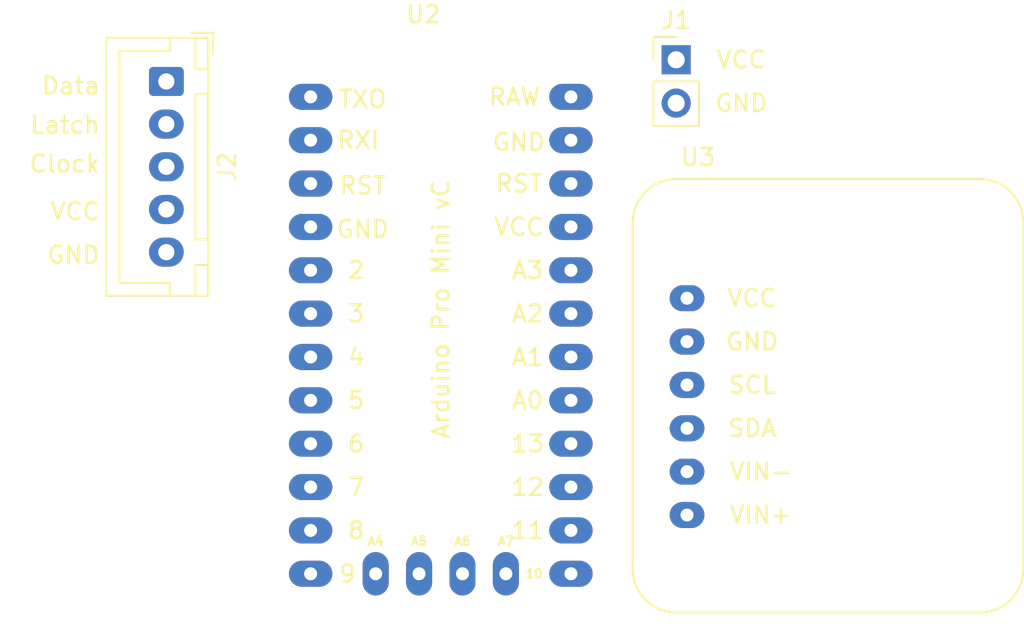
<source format=kicad_pcb>
(kicad_pcb (version 20221018) (generator pcbnew)
  (layers (0 "F.Cu" signal) (31 "B.Cu" signal) (34 "B.Paste" user) (35 "F.Paste" user) (36 "B.SilkS" user "B.Silkscreen") (37 "F.SilkS" user "F.Silkscreen") (38 "B.Mask" user) (39 "F.Mask" user) (44 "Edge.Cuts" user))
  (net 0 "")
  (net 1 "VCC")
  (net 2 "GND")
  (net 3 "Net-(J2-Pad1)")
  (net 4 "Net-(J2-Pad2)")
  (net 5 "Net-(J2-Pad3)")
  (net 6 "+5V")
  (net 24 "Net-(U2-Pad25)")
  (net 25 "Net-(U2-Pad26)")
  (footprint "My_Headers:2-pin_power_input_header" (layer "F.Cu") (at 154.305 62.23)
    (fp_text reference "J1" (at 0 -2.33) (layer "F.SilkS"))
    (fp_text value "2-pin_power_input_header")
    (fp_text user "GND" (at 3.81 2.54) (layer "F.SilkS"))
    (fp_text user "VCC" (at 3.81 0) (layer "F.SilkS"))
    (fp_line (start -1.33 -1.33) (end 0 -1.33) (stroke (width 0.12)) (layer "F.SilkS"))
    (fp_line (start -1.33 0) (end -1.33 -1.33) (stroke (width 0.12)) (layer "F.SilkS"))
    (fp_line (start -1.33 1.27) (end -1.33 3.87) (stroke (width 0.12)) (layer "F.SilkS"))
    (fp_line (start -1.33 1.27) (end 1.33 1.27) (stroke (width 0.12)) (layer "F.SilkS"))
    (fp_line (start -1.33 3.87) (end 1.33 3.87) (stroke (width 0.12)) (layer "F.SilkS"))
    (fp_line (start 1.33 1.27) (end 1.33 3.87) (stroke (width 0.12)) (layer "F.SilkS"))
    (pad "1" thru_hole rect (at 0 0) (size 1.7 1.7) (drill 1) (layers "*.Cu" "*.Mask") (net 1 "VCC"))
    (pad "2" thru_hole oval (at 0 2.54) (size 1.7 1.7) (drill 1) (layers "*.Cu" "*.Mask") (net 2 "GND"))
  )
  (footprint "usini_sensors:module_ina219" (layer "F.Cu") (at 154.94 88.9)
    (fp_text reference "U3" (at 0.635 -20.955) (layer "F.SilkS"))
    (fp_text value "module_ina219")
    (fp_text user "VCC" (at 3.81 -12.7) (layer "F.SilkS"))
    (fp_text user "SDA" (at 3.81 -5.08) (layer "F.SilkS"))
    (fp_text user "SCL" (at 3.81 -7.62) (layer "F.SilkS"))
    (fp_text user "VIN-" (at 4.318 -2.54) (layer "F.SilkS"))
    (fp_text user "GND" (at 3.81 -10.16) (layer "F.SilkS"))
    (fp_text user "VIN+" (at 4.318 0) (layer "F.SilkS"))
    (fp_line (start -3.175 3.175) (end -3.175 -17.145) (stroke (width 0.12)) (layer "F.SilkS"))
    (fp_line (start -0.635 -19.685) (end 17.145 -19.685) (stroke (width 0.12)) (layer "F.SilkS"))
    (fp_line (start 17.145 5.715) (end -0.635 5.715) (stroke (width 0.12)) (layer "F.SilkS"))
    (fp_line (start 19.685 -17.145) (end 19.685 3.175) (stroke (width 0.12)) (layer "F.SilkS"))
    (fp_arc (start -3.175 -17.145) (mid -2.431051 -18.941051) (end -0.635 -19.685) (stroke (width 0.12)) (layer "F.SilkS"))
    (fp_arc (start -0.635 5.715) (mid -2.431051 4.971051) (end -3.175 3.175) (stroke (width 0.12)) (layer "F.SilkS"))
    (fp_arc (start 17.145 -19.685) (mid 18.941051 -18.941051) (end 19.685 -17.145) (stroke (width 0.12)) (layer "F.SilkS"))
    (fp_arc (start 19.685 3.175) (mid 18.941051 4.971051) (end 17.145 5.715) (stroke (width 0.12)) (layer "F.SilkS"))
    (pad "1" thru_hole oval (at 0 -12.7) (size 2.032 1.524) (drill 0.762) (layers "*.Cu" "*.Mask") (net 6 "+5V"))
    (pad "2" thru_hole oval (at 0 -10.16) (size 2.032 1.524) (drill 0.762) (layers "*.Cu" "*.Mask") (net 2 "GND"))
    (pad "3" thru_hole oval (at 0 -7.62) (size 2.032 1.524) (drill 0.762) (layers "*.Cu" "*.Mask") (net 25 "Net-(U2-Pad26)"))
    (pad "4" thru_hole oval (at 0 -5.08) (size 2.032 1.524) (drill 0.762) (layers "*.Cu" "*.Mask") (net 24 "Net-(U2-Pad25)"))
    (pad "5" thru_hole oval (at 0 -2.54) (size 2.032 1.524) (drill 0.762) (layers "*.Cu" "*.Mask"))
    (pad "6" thru_hole oval (at 0 0) (size 2.032 1.524) (drill 0.762) (layers "*.Cu" "*.Mask"))
  )
  (footprint "My_Arduino:Arduino_Pro_Mini_vC_no-progr-large" (layer "F.Cu") (at 132.905 64.402)
    (fp_text reference "U2" (at 6.604 -4.826) (layer "F.SilkS"))
    (fp_text value "Arduino_Mini_Pro")
    (fp_text user "VCC" (at 12.192 7.62) (layer "F.SilkS"))
    (fp_text user "8" (at 2.667 25.4) (layer "F.SilkS"))
    (fp_text user "3" (at 2.667 12.7) (layer "F.SilkS"))
    (fp_text user "GND" (at 12.192 2.667) (layer "F.SilkS"))
    (fp_text user "5" (at 2.667 17.78) (layer "F.SilkS"))
    (fp_text user "RST" (at 12.192 5.08) (layer "F.SilkS"))
    (fp_text user "11" (at 12.7 25.4) (layer "F.SilkS"))
    (fp_text user "A1" (at 12.7 15.24) (layer "F.SilkS"))
    (fp_text user "A3" (at 12.7 10.16) (layer "F.SilkS"))
    (fp_text user "A5" (at 6.35 26.035) (layer "F.SilkS") (effects (font (size 0.508 0.508) (thickness 0.127))))
    (fp_text user "7" (at 2.667 22.86) (layer "F.SilkS"))
    (fp_text user "Arduino Pro Mini vC" (at 7.62 12.446 -90) (layer "F.SilkS"))
    (fp_text user "2" (at 2.667 10.16) (layer "F.SilkS"))
    (fp_text user "6" (at 2.667 20.32) (layer "F.SilkS"))
    (fp_text user "RAW" (at 11.938 0) (layer "F.SilkS"))
    (fp_text user "GND" (at 3.048 7.747) (layer "F.SilkS"))
    (fp_text user "A7" (at 11.43 26.035) (layer "F.SilkS") (effects (font (size 0.508 0.508) (thickness 0.127))))
    (fp_text user "A0" (at 12.7 17.78) (layer "F.SilkS"))
    (fp_text user "13" (at 12.7 20.32) (layer "F.SilkS"))
    (fp_text user "10" (at 13.081 27.94) (layer "F.SilkS") (effects (font (size 0.508 0.508) (thickness 0.127))))
    (fp_text user "RXI" (at 2.794 2.54) (layer "F.SilkS"))
    (fp_text user "RST" (at 3.048 5.207) (layer "F.SilkS"))
    (fp_text user "A4" (at 3.81 26.035) (layer "F.SilkS") (effects (font (size 0.508 0.508) (thickness 0.127))))
    (fp_text user "4" (at 2.667 15.24) (layer "F.SilkS"))
    (fp_text user "9" (at 2.159 27.94) (layer "F.SilkS"))
    (fp_text user "TXO" (at 3.048 0.127) (layer "F.SilkS"))
    (fp_text user "A6" (at 8.89 26.035) (layer "F.SilkS") (effects (font (size 0.508 0.508) (thickness 0.127))))
    (fp_text user "12" (at 12.7 22.86) (layer "F.SilkS"))
    (fp_text user "A2" (at 12.7 12.7) (layer "F.SilkS"))
    (pad "1" thru_hole oval (at 0 0) (size 2.54 1.524) (drill 0.762) (layers "*.Cu" "*.Mask"))
    (pad "2" thru_hole oval (at 0 2.54) (size 2.54 1.524) (drill 0.762) (layers "*.Cu" "*.Mask"))
    (pad "3" thru_hole oval (at 0 5.08) (size 2.54 1.524) (drill 0.762) (layers "*.Cu" "*.Mask"))
    (pad "4" thru_hole oval (at 0 7.62) (size 2.54 1.524) (drill 0.762) (layers "*.Cu" "*.Mask") (net 2 "GND"))
    (pad "5" thru_hole oval (at 0 10.16) (size 2.54 1.524) (drill 0.762) (layers "*.Cu" "*.Mask") (net 3 "Net-(J2-Pad1)"))
    (pad "6" thru_hole oval (at 0 12.7) (size 2.54 1.524) (drill 0.762) (layers "*.Cu" "*.Mask") (net 4 "Net-(J2-Pad2)"))
    (pad "7" thru_hole oval (at 0 15.24) (size 2.54 1.524) (drill 0.762) (layers "*.Cu" "*.Mask") (net 5 "Net-(J2-Pad3)"))
    (pad "8" thru_hole oval (at 0 17.78) (size 2.54 1.524) (drill 0.762) (layers "*.Cu" "*.Mask"))
    (pad "9" thru_hole oval (at 0 20.32) (size 2.54 1.524) (drill 0.762) (layers "*.Cu" "*.Mask"))
    (pad "10" thru_hole oval (at 0 22.86) (size 2.54 1.524) (drill 0.762) (layers "*.Cu" "*.Mask"))
    (pad "11" thru_hole oval (at 0 25.4) (size 2.54 1.524) (drill 0.762) (layers "*.Cu" "*.Mask"))
    (pad "12" thru_hole oval (at 0 27.94) (size 2.54 1.524) (drill 0.762) (layers "*.Cu" "*.Mask"))
    (pad "13" thru_hole oval (at 15.24 0) (size 2.54 1.524) (drill 0.762) (layers "*.Cu" "*.Mask") (net 1 "VCC"))
    (pad "14" thru_hole oval (at 15.24 2.54) (size 2.54 1.524) (drill 0.762) (layers "*.Cu" "*.Mask") (net 2 "GND"))
    (pad "15" thru_hole oval (at 15.24 5.08) (size 2.54 1.524) (drill 0.762) (layers "*.Cu" "*.Mask"))
    (pad "16" thru_hole oval (at 15.24 7.62) (size 2.54 1.524) (drill 0.762) (layers "*.Cu" "*.Mask") (net 6 "+5V"))
    (pad "17" thru_hole oval (at 15.24 10.16) (size 2.54 1.524) (drill 0.762) (layers "*.Cu" "*.Mask"))
    (pad "18" thru_hole oval (at 15.24 12.7) (size 2.54 1.524) (drill 0.762) (layers "*.Cu" "*.Mask"))
    (pad "19" thru_hole oval (at 15.24 15.24) (size 2.54 1.524) (drill 0.762) (layers "*.Cu" "*.Mask"))
    (pad "20" thru_hole oval (at 15.24 17.78) (size 2.54 1.524) (drill 0.762) (layers "*.Cu" "*.Mask"))
    (pad "21" thru_hole oval (at 15.24 20.32) (size 2.54 1.524) (drill 0.762) (layers "*.Cu" "*.Mask"))
    (pad "22" thru_hole oval (at 15.24 22.86) (size 2.54 1.524) (drill 0.762) (layers "*.Cu" "*.Mask"))
    (pad "23" thru_hole oval (at 15.24 25.4) (size 2.54 1.524) (drill 0.762) (layers "*.Cu" "*.Mask"))
    (pad "24" thru_hole oval (at 15.24 27.94) (size 2.54 1.524) (drill 0.762) (layers "*.Cu" "*.Mask"))
    (pad "25" thru_hole oval (at 3.81 27.94) (size 1.524 2.54) (drill 0.762) (layers "*.Cu" "*.Mask") (net 24 "Net-(U2-Pad25)"))
    (pad "26" thru_hole oval (at 6.35 27.94) (size 1.524 2.54) (drill 0.762) (layers "*.Cu" "*.Mask") (net 25 "Net-(U2-Pad26)"))
    (pad "27" thru_hole oval (at 8.89 27.94) (size 1.524 2.54) (drill 0.762) (layers "*.Cu" "*.Mask"))
    (pad "28" thru_hole oval (at 11.43 27.94) (size 1.524 2.54) (drill 0.762) (layers "*.Cu" "*.Mask"))
  )
  (footprint "My_Headers:5-pin JST LCD" (layer "F.Cu") (at 124.46 63.5 -90)
    (fp_text reference "J2" (at 5 -3.55 -90) (layer "F.SilkS"))
    (fp_text value "5-pin_LCD")
    (fp_text user "Data" (at 0.254 3.81 unlocked) (layer "F.SilkS") (effects (justify right)))
    (fp_text user "GND" (at 10.16 3.81 unlocked) (layer "F.SilkS") (effects (justify right)))
    (fp_text user "Latch" (at 2.54 3.81 unlocked) (layer "F.SilkS") (effects (justify right)))
    (fp_text user "VCC" (at 7.62 3.81 unlocked) (layer "F.SilkS") (effects (justify right)))
    (fp_text user "Clock" (at 4.826 3.81 unlocked) (layer "F.SilkS") (effects (justify right)))
    (fp_line (start -2.85 -2.75) (end -2.85 -1.5) (stroke (width 0.12)) (layer "F.SilkS"))
    (fp_line (start -2.56 -2.46) (end -2.56 3.51) (stroke (width 0.12)) (layer "F.SilkS"))
    (fp_line (start -2.56 3.51) (end 12.56 3.51) (stroke (width 0.12)) (layer "F.SilkS"))
    (fp_line (start -2.55 -2.45) (end -2.55 -1.7) (stroke (width 0.12)) (layer "F.SilkS"))
    (fp_line (start -2.55 -1.7) (end -0.75 -1.7) (stroke (width 0.12)) (layer "F.SilkS"))
    (fp_line (start -2.55 -0.2) (end -1.8 -0.2) (stroke (width 0.12)) (layer "F.SilkS"))
    (fp_line (start -1.8 -0.2) (end -1.8 2.75) (stroke (width 0.12)) (layer "F.SilkS"))
    (fp_line (start -1.8 2.75) (end 5 2.75) (stroke (width 0.12)) (layer "F.SilkS"))
    (fp_line (start -1.6 -2.75) (end -2.85 -2.75) (stroke (width 0.12)) (layer "F.SilkS"))
    (fp_line (start -0.75 -2.45) (end -2.55 -2.45) (stroke (width 0.12)) (layer "F.SilkS"))
    (fp_line (start -0.75 -1.7) (end -0.75 -2.45) (stroke (width 0.12)) (layer "F.SilkS"))
    (fp_line (start 0.75 -2.45) (end 0.75 -1.7) (stroke (width 0.12)) (layer "F.SilkS"))
    (fp_line (start 0.75 -1.7) (end 9.25 -1.7) (stroke (width 0.12)) (layer "F.SilkS"))
    (fp_line (start 9.25 -2.45) (end 0.75 -2.45) (stroke (width 0.12)) (layer "F.SilkS"))
    (fp_line (start 9.25 -1.7) (end 9.25 -2.45) (stroke (width 0.12)) (layer "F.SilkS"))
    (fp_line (start 10.75 -2.45) (end 10.75 -1.7) (stroke (width 0.12)) (layer "F.SilkS"))
    (fp_line (start 10.75 -1.7) (end 12.55 -1.7) (stroke (width 0.12)) (layer "F.SilkS"))
    (fp_line (start 11.8 -0.2) (end 11.8 2.75) (stroke (width 0.12)) (layer "F.SilkS"))
    (fp_line (start 11.8 2.75) (end 5 2.75) (stroke (width 0.12)) (layer "F.SilkS"))
    (fp_line (start 12.55 -2.45) (end 10.75 -2.45) (stroke (width 0.12)) (layer "F.SilkS"))
    (fp_line (start 12.55 -1.7) (end 12.55 -2.45) (stroke (width 0.12)) (layer "F.SilkS"))
    (fp_line (start 12.55 -0.2) (end 11.8 -0.2) (stroke (width 0.12)) (layer "F.SilkS"))
    (fp_line (start 12.56 -2.46) (end -2.56 -2.46) (stroke (width 0.12)) (layer "F.SilkS"))
    (fp_line (start 12.56 3.51) (end 12.56 -2.46) (stroke (width 0.12)) (layer "F.SilkS"))
    (pad "1" thru_hole roundrect (at 0 0 270) (size 1.7 2.032) (drill 0.95) (layers "*.Cu" "*.Mask") (roundrect_rratio 0.147059) (net 3 "Net-(J2-Pad1)"))
    (pad "2" thru_hole oval (at 2.5 0 270) (size 1.7 2.032) (drill 0.95) (layers "*.Cu" "*.Mask") (net 4 "Net-(J2-Pad2)"))
    (pad "3" thru_hole oval (at 5 0 270) (size 1.7 2.032) (drill 0.95) (layers "*.Cu" "*.Mask") (net 5 "Net-(J2-Pad3)"))
    (pad "4" thru_hole oval (at 7.5 0 270) (size 1.7 2.032) (drill 0.95) (layers "*.Cu" "*.Mask") (net 6 "+5V"))
    (pad "5" thru_hole oval (at 10 0 270) (size 1.7 2.032) (drill 0.95) (layers "*.Cu" "*.Mask") (net 2 "GND"))
  )
)
</source>
